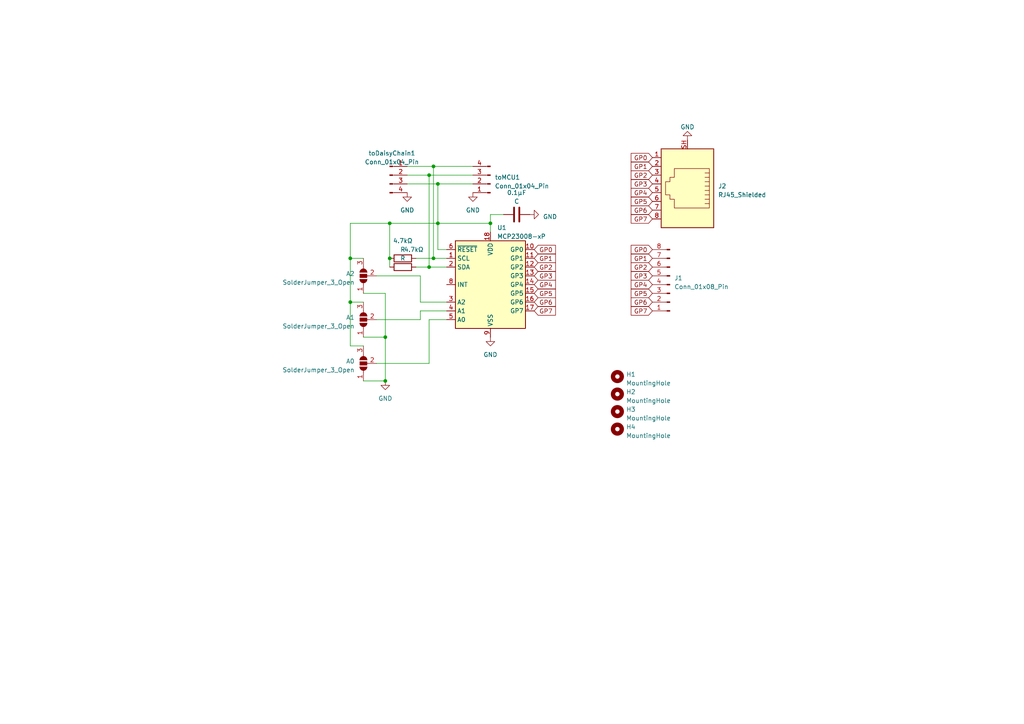
<source format=kicad_sch>
(kicad_sch (version 20230121) (generator eeschema)
  (paper "A4")
  (lib_symbols
    (symbol "Connector:Conn_01x04_Pin" (pin_names (offset 1.016) hide)
      (property "Reference" "J" (at 0 5.08 0))
      (property "Value" "Conn_01x04_Pin" (at 0 -7.62 0))
      (symbol "Conn_01x04_Pin_1_1"
        (polyline (pts (xy 1.27 -5.08) (xy 0.8636 -5.08)) (stroke (width 0.1524)))
        (polyline (pts (xy 1.27 -2.54) (xy 0.8636 -2.54)) (stroke (width 0.1524)))
        (polyline (pts (xy 1.27 0) (xy 0.8636 0)) (stroke (width 0.1524)))
        (polyline (pts (xy 1.27 2.54) (xy 0.8636 2.54)) (stroke (width 0.1524)))
        (rectangle (start 0.8636 -4.953) (end 0 -5.207) (stroke (width 0.1524)) (fill (type outline)))
        (rectangle (start 0.8636 -2.413) (end 0 -2.667) (stroke (width 0.1524)) (fill (type outline)))
        (rectangle (start 0.8636 0.127) (end 0 -0.127) (stroke (width 0.1524)) (fill (type outline)))
        (rectangle (start 0.8636 2.667) (end 0 2.413) (stroke (width 0.1524)) (fill (type outline)))
        (pin passive line (at 5.08 2.54 180) (length 3.81) (name "Pin_1") (number "1"))
        (pin passive line (at 5.08 0 180) (length 3.81) (name "Pin_2") (number "2"))
        (pin passive line (at 5.08 -2.54 180) (length 3.81) (name "Pin_3") (number "3"))
        (pin passive line (at 5.08 -5.08 180) (length 3.81) (name "Pin_4") (number "4"))
      )
    )
    (symbol "Connector:Conn_01x08_Pin" (pin_names (offset 1.016) hide)
      (property "Reference" "J" (at 0 10.16 0))
      (property "Value" "Conn_01x08_Pin" (at 0 -12.7 0))
      (symbol "Conn_01x08_Pin_1_1"
        (polyline (pts (xy 1.27 -10.16) (xy 0.8636 -10.16)) (stroke (width 0.1524)))
        (polyline (pts (xy 1.27 -7.62) (xy 0.8636 -7.62)) (stroke (width 0.1524)))
        (polyline (pts (xy 1.27 -5.08) (xy 0.8636 -5.08)) (stroke (width 0.1524)))
        (polyline (pts (xy 1.27 -2.54) (xy 0.8636 -2.54)) (stroke (width 0.1524)))
        (polyline (pts (xy 1.27 0) (xy 0.8636 0)) (stroke (width 0.1524)))
        (polyline (pts (xy 1.27 2.54) (xy 0.8636 2.54)) (stroke (width 0.1524)))
        (polyline (pts (xy 1.27 5.08) (xy 0.8636 5.08)) (stroke (width 0.1524)))
        (polyline (pts (xy 1.27 7.62) (xy 0.8636 7.62)) (stroke (width 0.1524)))
        (rectangle (start 0.8636 -10.033) (end 0 -10.287) (stroke (width 0.1524)) (fill (type outline)))
        (rectangle (start 0.8636 -7.493) (end 0 -7.747) (stroke (width 0.1524)) (fill (type outline)))
        (rectangle (start 0.8636 -4.953) (end 0 -5.207) (stroke (width 0.1524)) (fill (type outline)))
        (rectangle (start 0.8636 -2.413) (end 0 -2.667) (stroke (width 0.1524)) (fill (type outline)))
        (rectangle (start 0.8636 0.127) (end 0 -0.127) (stroke (width 0.1524)) (fill (type outline)))
        (rectangle (start 0.8636 2.667) (end 0 2.413) (stroke (width 0.1524)) (fill (type outline)))
        (rectangle (start 0.8636 5.207) (end 0 4.953) (stroke (width 0.1524)) (fill (type outline)))
        (rectangle (start 0.8636 7.747) (end 0 7.493) (stroke (width 0.1524)) (fill (type outline)))
        (pin passive line (at 5.08 7.62 180) (length 3.81) (name "Pin_1") (number "1"))
        (pin passive line (at 5.08 5.08 180) (length 3.81) (name "Pin_2") (number "2"))
        (pin passive line (at 5.08 2.54 180) (length 3.81) (name "Pin_3") (number "3"))
        (pin passive line (at 5.08 0 180) (length 3.81) (name "Pin_4") (number "4"))
        (pin passive line (at 5.08 -2.54 180) (length 3.81) (name "Pin_5") (number "5"))
        (pin passive line (at 5.08 -5.08 180) (length 3.81) (name "Pin_6") (number "6"))
        (pin passive line (at 5.08 -7.62 180) (length 3.81) (name "Pin_7") (number "7"))
        (pin passive line (at 5.08 -10.16 180) (length 3.81) (name "Pin_8") (number "8"))
      )
    )
    (symbol "Connector:RJ45_Shielded" (pin_names (offset 1.016))
      (property "Reference" "J" (at -5.08 13.97 0))
      (property "Value" "RJ45_Shielded" (at 2.54 13.97 0))
      (symbol "RJ45_Shielded_0_1"
        (polyline (pts (xy -5.08 4.445) (xy -6.35 4.445)))
        (polyline (pts (xy -5.08 5.715) (xy -6.35 5.715)))
        (polyline (pts (xy -6.35 -3.175) (xy -5.08 -3.175) (xy -5.08 -3.175)))
        (polyline (pts (xy -6.35 -1.905) (xy -5.08 -1.905) (xy -5.08 -1.905)))
        (polyline (pts (xy -6.35 -0.635) (xy -5.08 -0.635) (xy -5.08 -0.635)))
        (polyline (pts (xy -6.35 0.635) (xy -5.08 0.635) (xy -5.08 0.635)))
        (polyline (pts (xy -6.35 1.905) (xy -5.08 1.905) (xy -5.08 1.905)))
        (polyline (pts (xy -5.08 3.175) (xy -6.35 3.175) (xy -6.35 3.175)))
        (polyline (pts (xy -6.35 -4.445) (xy -6.35 6.985) (xy 3.81 6.985) (xy 3.81 4.445) (xy 5.08 4.445) (xy 5.08 3.175) (xy 6.35 3.175) (xy 6.35 -0.635) (xy 5.08 -0.635) (xy 5.08 -1.905) (xy 3.81 -1.905) (xy 3.81 -4.445) (xy -6.35 -4.445) (xy -6.35 -4.445)))
        (rectangle (start 7.62 12.7) (end -7.62 -10.16) (stroke (width 0.254)) (fill (type background)))
      )
      (symbol "RJ45_Shielded_1_1"
        (pin passive line (at 10.16 -7.62 180) (length 2.54) (name "~") (number "1"))
        (pin passive line (at 10.16 -5.08 180) (length 2.54) (name "~") (number "2"))
        (pin passive line (at 10.16 -2.54 180) (length 2.54) (name "~") (number "3"))
        (pin passive line (at 10.16 0 180) (length 2.54) (name "~") (number "4"))
        (pin passive line (at 10.16 2.54 180) (length 2.54) (name "~") (number "5"))
        (pin passive line (at 10.16 5.08 180) (length 2.54) (name "~") (number "6"))
        (pin passive line (at 10.16 7.62 180) (length 2.54) (name "~") (number "7"))
        (pin passive line (at 10.16 10.16 180) (length 2.54) (name "~") (number "8"))
        (pin passive line (at 0 -12.7 90) (length 2.54) (name "~") (number "SH"))
      )
    )
    (symbol "Device:C" (pin_numbers hide) (pin_names (offset 0.254))
      (property "Reference" "C" (at 0.635 2.54 0))
      (property "Value" "C" (at 0.635 -2.54 0))
      (symbol "C_0_1"
        (polyline (pts (xy -2.032 -0.762) (xy 2.032 -0.762)) (stroke (width 0.508)))
        (polyline (pts (xy -2.032 0.762) (xy 2.032 0.762)) (stroke (width 0.508)))
      )
      (symbol "C_1_1"
        (pin passive line (at 0 3.81 270) (length 2.794) (name "~") (number "1"))
        (pin passive line (at 0 -3.81 90) (length 2.794) (name "~") (number "2"))
      )
    )
    (symbol "Device:R" (pin_numbers hide) (pin_names (offset 0))
      (property "Reference" "R" (at 2.032 0 90))
      (property "Value" "R" (at 0 0 90))
      (symbol "R_0_1"
        (rectangle (start -1.016 -2.54) (end 1.016 2.54) (stroke (width 0.254)))
      )
      (symbol "R_1_1"
        (pin passive line (at 0 3.81 270) (length 1.27) (name "~") (number "1"))
        (pin passive line (at 0 -3.81 90) (length 1.27) (name "~") (number "2"))
      )
    )
    (symbol "Interface_Expansion:MCP23008-xP"
      (property "Reference" "U" (at -8.89 13.97 0))
      (property "Value" "MCP23008-xP" (at 8.89 13.97 0))
      (symbol "MCP23008-xP_0_1"
        (rectangle (start -10.16 12.7) (end 10.16 -12.7) (stroke (width 0.254)) (fill (type background)))
      )
      (symbol "MCP23008-xP_1_1"
        (pin input line (at -12.7 7.62 0) (length 2.54) (name "SCL") (number "1"))
        (pin bidirectional line (at 12.7 10.16 180) (length 2.54) (name "GP0") (number "10"))
        (pin bidirectional line (at 12.7 7.62 180) (length 2.54) (name "GP1") (number "11"))
        (pin bidirectional line (at 12.7 5.08 180) (length 2.54) (name "GP2") (number "12"))
        (pin bidirectional line (at 12.7 2.54 180) (length 2.54) (name "GP3") (number "13"))
        (pin bidirectional line (at 12.7 0 180) (length 2.54) (name "GP4") (number "14"))
        (pin bidirectional line (at 12.7 -2.54 180) (length 2.54) (name "GP5") (number "15"))
        (pin bidirectional line (at 12.7 -5.08 180) (length 2.54) (name "GP6") (number "16"))
        (pin bidirectional line (at 12.7 -7.62 180) (length 2.54) (name "GP7") (number "17"))
        (pin power_in line (at 0 15.24 270) (length 2.54) (name "VDD") (number "18"))
        (pin bidirectional line (at -12.7 5.08 0) (length 2.54) (name "SDA") (number "2"))
        (pin input line (at -12.7 -5.08 0) (length 2.54) (name "A2") (number "3"))
        (pin input line (at -12.7 -7.62 0) (length 2.54) (name "A1") (number "4"))
        (pin input line (at -12.7 -10.16 0) (length 2.54) (name "A0") (number "5"))
        (pin input line (at -12.7 10.16 0) (length 2.54) (name "~{RESET}") (number "6"))
        (pin no_connect line (at -10.16 -2.54 0) (length 2.54) hide (name "NC") (number "7"))
        (pin output line (at -12.7 0 0) (length 2.54) (name "INT") (number "8"))
        (pin power_in line (at 0 -15.24 90) (length 2.54) (name "VSS") (number "9"))
      )
    )
    (symbol "Jumper:SolderJumper_3_Open" (pin_names (offset 0) hide)
      (property "Reference" "JP" (at -2.54 -2.54 0))
      (property "Value" "SolderJumper_3_Open" (at 0 2.794 0))
      (symbol "SolderJumper_3_Open_0_1"
        (arc (start -1.016 1.016) (mid -2.0276 0) (end -1.016 -1.016))
        (arc (start -1.016 1.016) (mid -2.0276 0) (end -1.016 -1.016) (fill (type outline)))
        (rectangle (start -0.508 1.016) (end 0.508 -1.016) (fill (type outline)))
        (polyline (pts (xy -2.54 0) (xy -2.032 0)))
        (polyline (pts (xy -1.016 1.016) (xy -1.016 -1.016)))
        (polyline (pts (xy 0 -1.27) (xy 0 -1.016)))
        (polyline (pts (xy 1.016 1.016) (xy 1.016 -1.016)))
        (polyline (pts (xy 2.54 0) (xy 2.032 0)))
        (arc (start 1.016 -1.016) (mid 2.0276 0) (end 1.016 1.016))
        (arc (start 1.016 -1.016) (mid 2.0276 0) (end 1.016 1.016) (fill (type outline)))
      )
      (symbol "SolderJumper_3_Open_1_1"
        (pin passive line (at -5.08 0 0) (length 2.54) (name "A") (number "1"))
        (pin passive line (at 0 -3.81 90) (length 2.54) (name "C") (number "2"))
        (pin passive line (at 5.08 0 180) (length 2.54) (name "B") (number "3"))
      )
    )
    (symbol "Mechanical:MountingHole" (pin_names (offset 1.016))
      (property "Reference" "H" (at 0 5.08 0))
      (property "Value" "MountingHole" (at 0 3.175 0))
      (symbol "MountingHole_0_1"
        (circle (center 0 0) (radius 1.27) (stroke (width 1.27)))
      )
    )
    (symbol "power:GND" (power) (pin_names (offset 0))
      (property "Value" "GND" (at 0 -3.81 0))
      (symbol "GND_0_1"
        (polyline (pts (xy 0 0) (xy 0 -1.27) (xy 1.27 -1.27) (xy 0 -2.54) (xy -1.27 -1.27) (xy 0 -1.27)))
      )
      (symbol "GND_1_1"
        (pin power_in line (at 0 0 270) (length 0) hide (name "GND") (number "1"))
      )
    )
  )
  (junction (at 113.03 74.93))
  (junction (at 124.46 77.47))
  (junction (at 127 64.77))
  (junction (at 125.73 48.26))
  (junction (at 125.73 74.93))
  (junction (at 127 53.34))
  (junction (at 111.76 110.49))
  (junction (at 111.76 97.79))
  (junction (at 142.24 64.77))
  (junction (at 101.6 74.93))
  (junction (at 113.03 64.77))
  (junction (at 101.6 87.63))
  (junction (at 124.46 50.8))
  (wire (pts (xy 101.6 87.63) (xy 105.41 87.63)))
  (wire (pts (xy 120.65 74.93) (xy 125.73 74.93)))
  (wire (pts (xy 101.6 100.33) (xy 105.41 100.33)))
  (wire (pts (xy 129.54 92.71) (xy 124.46 92.71)))
  (wire (pts (xy 111.76 97.79) (xy 111.76 85.09)))
  (wire (pts (xy 101.6 87.63) (xy 101.6 100.33)))
  (wire (pts (xy 124.46 92.71) (xy 124.46 105.41)))
  (wire (pts (xy 105.41 74.93) (xy 101.6 74.93)))
  (wire (pts (xy 113.03 64.77) (xy 127 64.77)))
  (wire (pts (xy 109.22 80.01) (xy 121.92 80.01)))
  (wire (pts (xy 129.54 77.47) (xy 124.46 77.47)))
  (wire (pts (xy 121.92 92.71) (xy 109.22 92.71)))
  (wire (pts (xy 118.11 50.8) (xy 124.46 50.8)))
  (wire (pts (xy 142.24 62.23) (xy 146.05 62.23)))
  (wire (pts (xy 120.65 77.47) (xy 124.46 77.47)))
  (wire (pts (xy 125.73 48.26) (xy 137.16 48.26)))
  (wire (pts (xy 121.92 80.01) (xy 121.92 87.63)))
  (wire (pts (xy 125.73 74.93) (xy 125.73 48.26)))
  (wire (pts (xy 129.54 74.93) (xy 125.73 74.93)))
  (wire (pts (xy 111.76 110.49) (xy 111.76 97.79)))
  (wire (pts (xy 129.54 72.39) (xy 127 72.39)))
  (wire (pts (xy 109.22 105.41) (xy 124.46 105.41)))
  (wire (pts (xy 121.92 90.17) (xy 121.92 92.71)))
  (wire (pts (xy 113.03 64.77) (xy 113.03 74.93)))
  (wire (pts (xy 101.6 64.77) (xy 113.03 64.77)))
  (wire (pts (xy 142.24 64.77) (xy 142.24 62.23)))
  (wire (pts (xy 113.03 74.93) (xy 113.03 77.47)))
  (wire (pts (xy 127 64.77) (xy 142.24 64.77)))
  (wire (pts (xy 118.11 48.26) (xy 125.73 48.26)))
  (wire (pts (xy 129.54 90.17) (xy 121.92 90.17)))
  (wire (pts (xy 111.76 97.79) (xy 105.41 97.79)))
  (wire (pts (xy 127 53.34) (xy 127 64.77)))
  (wire (pts (xy 127 53.34) (xy 137.16 53.34)))
  (wire (pts (xy 142.24 64.77) (xy 142.24 67.31)))
  (wire (pts (xy 124.46 77.47) (xy 124.46 50.8)))
  (wire (pts (xy 124.46 50.8) (xy 137.16 50.8)))
  (wire (pts (xy 121.92 87.63) (xy 129.54 87.63)))
  (wire (pts (xy 127 72.39) (xy 127 64.77)))
  (wire (pts (xy 101.6 74.93) (xy 101.6 64.77)))
  (wire (pts (xy 111.76 85.09) (xy 105.41 85.09)))
  (wire (pts (xy 118.11 53.34) (xy 127 53.34)))
  (wire (pts (xy 101.6 74.93) (xy 101.6 87.63)))
  (wire (pts (xy 105.41 110.49) (xy 111.76 110.49)))
  (global_label "GP0" (shape input) (at 189.23 45.72 180) (property "Intersheetrefs" "${INTERSHEET_REFS}" (effects hide)))
  (global_label "GP5" (shape input) (at 189.23 58.42 180) (property "Intersheetrefs" "${INTERSHEET_REFS}" (effects hide)))
  (global_label "GP1" (shape input) (at 154.94 74.93 0) (property "Intersheetrefs" "${INTERSHEET_REFS}" (effects hide)))
  (global_label "GP4" (shape input) (at 189.23 82.55 180) (property "Intersheetrefs" "${INTERSHEET_REFS}" (effects hide)))
  (global_label "GP5" (shape input) (at 154.94 85.09 0) (property "Intersheetrefs" "${INTERSHEET_REFS}" (effects hide)))
  (global_label "GP7" (shape input) (at 189.23 63.5 180) (property "Intersheetrefs" "${INTERSHEET_REFS}" (effects hide)))
  (global_label "GP6" (shape input) (at 189.23 87.63 180) (property "Intersheetrefs" "${INTERSHEET_REFS}" (effects hide)))
  (global_label "GP1" (shape input) (at 189.23 48.26 180) (property "Intersheetrefs" "${INTERSHEET_REFS}" (effects hide)))
  (global_label "GP2" (shape input) (at 189.23 50.8 180) (property "Intersheetrefs" "${INTERSHEET_REFS}" (effects hide)))
  (global_label "GP7" (shape input) (at 154.94 90.17 0) (property "Intersheetrefs" "${INTERSHEET_REFS}" (effects hide)))
  (global_label "GP4" (shape input) (at 154.94 82.55 0) (property "Intersheetrefs" "${INTERSHEET_REFS}" (effects hide)))
  (global_label "GP3" (shape input) (at 154.94 80.01 0) (property "Intersheetrefs" "${INTERSHEET_REFS}" (effects hide)))
  (global_label "GP3" (shape input) (at 189.23 80.01 180) (property "Intersheetrefs" "${INTERSHEET_REFS}" (effects hide)))
  (global_label "GP1" (shape input) (at 189.23 74.93 180) (property "Intersheetrefs" "${INTERSHEET_REFS}" (effects hide)))
  (global_label "GP2" (shape input) (at 154.94 77.47 0) (property "Intersheetrefs" "${INTERSHEET_REFS}" (effects hide)))
  (global_label "GP3" (shape input) (at 189.23 53.34 180) (property "Intersheetrefs" "${INTERSHEET_REFS}" (effects hide)))
  (global_label "GP7" (shape input) (at 189.23 90.17 180) (property "Intersheetrefs" "${INTERSHEET_REFS}" (effects hide)))
  (global_label "GP6" (shape input) (at 189.23 60.96 180) (property "Intersheetrefs" "${INTERSHEET_REFS}" (effects hide)))
  (global_label "GP5" (shape input) (at 189.23 85.09 180) (property "Intersheetrefs" "${INTERSHEET_REFS}" (effects hide)))
  (global_label "GP0" (shape input) (at 154.94 72.39 0) (property "Intersheetrefs" "${INTERSHEET_REFS}" (effects hide)))
  (global_label "GP2" (shape input) (at 189.23 77.47 180) (property "Intersheetrefs" "${INTERSHEET_REFS}" (effects hide)))
  (global_label "GP0" (shape input) (at 189.23 72.39 180) (property "Intersheetrefs" "${INTERSHEET_REFS}" (effects hide)))
  (global_label "GP4" (shape input) (at 189.23 55.88 180) (property "Intersheetrefs" "${INTERSHEET_REFS}" (effects hide)))
  (global_label "GP6" (shape input) (at 154.94 87.63 0) (property "Intersheetrefs" "${INTERSHEET_REFS}" (effects hide)))
  (symbol (lib_id "Jumper:SolderJumper_3_Open") (at 105.41 105.41 90) (unit 1)
    (property "Reference" "A0" (at 102.87 104.775 90) (effects (justify left)))
    (property "Value" "SolderJumper_3_Open" (at 102.87 107.315 90) (effects (justify left)))
    (property "Footprint" "Jumper:SolderJumper-3_P1.3mm_Open_RoundedPad1.0x1.5mm" (effects hide))
  )
  (symbol (lib_id "Jumper:SolderJumper_3_Open") (at 105.41 92.71 90) (unit 1)
    (property "Reference" "A1" (at 102.87 92.075 90) (effects (justify left)))
    (property "Value" "SolderJumper_3_Open" (at 102.87 94.615 90) (effects (justify left)))
    (property "Footprint" "Jumper:SolderJumper-3_P1.3mm_Open_RoundedPad1.0x1.5mm" (effects hide))
  )
  (symbol (lib_id "power:GND") (at 153.67 62.23 90) (unit 1)
    (property "Reference" "#PWR06" (effects hide))
    (property "Value" "GND" (at 157.48 62.865 90) (effects (justify right)))
  )
  (symbol (lib_id "Mechanical:MountingHole") (at 179.07 119.38 0) (unit 1)
    (property "Reference" "H3" (at 181.61 118.745 0) (effects (justify left)))
    (property "Value" "MountingHole" (at 181.61 121.285 0) (effects (justify left)))
    (property "Footprint" "MountingHole:MountingHole_3.2mm_M3" (effects hide))
  )
  (symbol (lib_id "Mechanical:MountingHole") (at 179.07 114.3 0) (unit 1)
    (property "Reference" "H2" (at 181.61 113.665 0) (effects (justify left)))
    (property "Value" "MountingHole" (at 181.61 116.205 0) (effects (justify left)))
    (property "Footprint" "MountingHole:MountingHole_3.2mm_M3" (effects hide))
  )
  (symbol (lib_id "Connector:Conn_01x04_Pin") (at 142.24 53.34 180) (unit 1)
    (property "Reference" "toMCU1" (at 143.51 51.435 0) (effects (justify right)))
    (property "Value" "Conn_01x04_Pin" (at 143.51 53.975 0) (effects (justify right)))
    (property "Footprint" "Connector_Molex:Molex_KK-254_AE-6410-04A_1x04_P2.54mm_Vertical" (effects hide))
  )
  (symbol (lib_id "Connector:Conn_01x04_Pin") (at 113.03 50.8 0) (unit 1)
    (property "Reference" "toDaisyChain1" (at 113.665 44.45 0))
    (property "Value" "Conn_01x04_Pin" (at 113.665 46.99 0))
    (property "Footprint" "Connector_Molex:Molex_KK-254_AE-6410-04A_1x04_P2.54mm_Vertical" (effects hide))
  )
  (symbol (lib_id "Device:C") (at 149.86 62.23 90) (unit 1)
    (property "Reference" "0.1μF" (at 149.86 55.88 90))
    (property "Value" "C" (at 149.86 58.42 90))
    (property "Footprint" "Capacitor_THT:C_Disc_D4.3mm_W1.9mm_P5.00mm" (effects hide))
  )
  (symbol (lib_id "power:GND") (at 137.16 55.88 0) (unit 1)
    (property "Reference" "#PWR04" (effects hide))
    (property "Value" "GND" (at 137.16 60.96 0))
  )
  (symbol (lib_id "power:GND") (at 199.39 40.64 180) (unit 1)
    (property "Reference" "#PWR01" (effects hide))
    (property "Value" "GND" (at 199.39 36.83 0))
  )
  (symbol (lib_id "Device:R") (at 116.84 77.47 90) (unit 1)
    (property "Reference" "4.7kΩ" (at 120.015 72.39 90))
    (property "Value" "R" (at 116.84 74.93 90))
    (property "Footprint" "Resistor_THT:R_Axial_DIN0204_L3.6mm_D1.6mm_P7.62mm_Horizontal" (effects hide))
  )
  (symbol (lib_id "Connector:Conn_01x08_Pin") (at 194.31 82.55 180) (unit 1)
    (property "Reference" "J1" (at 195.58 80.645 0) (effects (justify right)))
    (property "Value" "Conn_01x08_Pin" (at 195.58 83.185 0) (effects (justify right)))
    (property "Footprint" "Connector_Molex:Molex_KK-254_AE-6410-08A_1x08_P2.54mm_Vertical" (effects hide))
  )
  (symbol (lib_id "Connector:RJ45_Shielded") (at 199.39 53.34 180) (unit 1)
    (property "Reference" "J2" (at 208.28 53.975 0) (effects (justify right)))
    (property "Value" "RJ45_Shielded" (at 208.28 56.515 0) (effects (justify right)))
    (property "Footprint" "Connector_RJ:RJ45_Ninigi_GE" (effects hide))
  )
  (symbol (lib_id "Jumper:SolderJumper_3_Open") (at 105.41 80.01 90) (unit 1)
    (property "Reference" "A2" (at 102.87 79.375 90) (effects (justify left)))
    (property "Value" "SolderJumper_3_Open" (at 102.87 81.915 90) (effects (justify left)))
    (property "Footprint" "Jumper:SolderJumper-3_P1.3mm_Open_RoundedPad1.0x1.5mm" (effects hide))
  )
  (symbol (lib_id "power:GND") (at 142.24 97.79 0) (unit 1)
    (property "Reference" "#PWR02" (effects hide))
    (property "Value" "GND" (at 142.24 102.87 0))
  )
  (symbol (lib_id "Device:R") (at 116.84 74.93 90) (unit 1)
    (property "Reference" "4.7kΩ" (at 116.84 69.85 90))
    (property "Value" "R" (at 116.84 72.39 90))
    (property "Footprint" "Resistor_THT:R_Axial_DIN0204_L3.6mm_D1.6mm_P7.62mm_Horizontal" (effects hide))
  )
  (symbol (lib_id "Mechanical:MountingHole") (at 179.07 124.46 0) (unit 1)
    (property "Reference" "H4" (at 181.61 123.825 0) (effects (justify left)))
    (property "Value" "MountingHole" (at 181.61 126.365 0) (effects (justify left)))
    (property "Footprint" "MountingHole:MountingHole_3.2mm_M3" (effects hide))
  )
  (symbol (lib_id "Mechanical:MountingHole") (at 179.07 109.22 0) (unit 1)
    (property "Reference" "H1" (at 181.61 108.585 0) (effects (justify left)))
    (property "Value" "MountingHole" (at 181.61 111.125 0) (effects (justify left)))
    (property "Footprint" "MountingHole:MountingHole_3.2mm_M3" (effects hide))
  )
  (symbol (lib_id "power:GND") (at 111.76 110.49 0) (unit 1)
    (property "Reference" "#PWR05" (effects hide))
    (property "Value" "GND" (at 111.76 115.57 0))
  )
  (symbol (lib_id "power:GND") (at 118.11 55.88 0) (unit 1)
    (property "Reference" "#PWR03" (effects hide))
    (property "Value" "GND" (at 118.11 60.96 0))
  )
  (symbol (lib_id "Interface_Expansion:MCP23008-xP") (at 142.24 82.55 0) (unit 1)
    (property "Reference" "U1" (at 144.1959 66.04 0) (effects (justify left)))
    (property "Value" "MCP23008-xP" (at 144.1959 68.58 0) (effects (justify left)))
    (property "Footprint" "Package_DIP:DIP-18_W7.62mm" (effects hide))
    (property "Datasheet" "http://ww1.microchip.com/downloads/en/DeviceDoc/MCP23008-MCP23S08-Data-Sheet-20001919F.pdf" (effects hide))
  )
)
</source>
